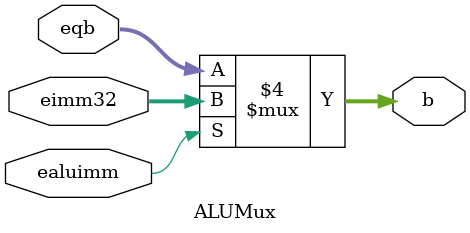
<source format=v>
`timescale 1ns / 1ps

module ALUMux(input [31:0] eqb, input [31:0] eimm32, input ealuimm, output reg [31:0] b);
    always @(*) begin
        if (ealuimm == 0) begin
            b = eqb;
        end else begin
            b = eimm32;
        end
    end
endmodule
</source>
